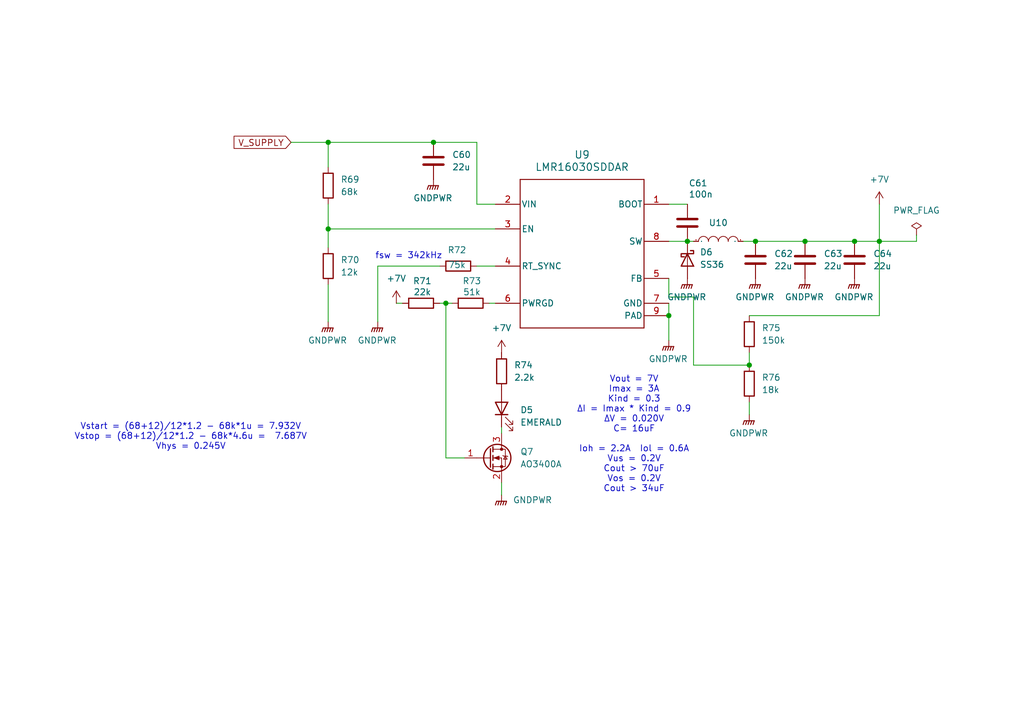
<source format=kicad_sch>
(kicad_sch (version 20250114) (generator "eeschema") (generator_version "9.0")
  (paper "A5")
  (title_block (title "AQUA_VESC") (rev "00"))
  (lib_symbols
    (symbol "Device:C" (pin_numbers (hide yes)) (pin_names (offset 0.254))
      (property "Reference" "C" (at 0.635 2.54 0))
      (property "Value" "C" (at 0.635 -2.54 0))
      (symbol "C_0_1"
        (polyline (pts (xy -2.032 0.762) (xy 2.032 0.762)) (stroke (width 0.508)))
        (polyline (pts (xy -2.032 -0.762) (xy 2.032 -0.762)) (stroke (width 0.508)))
      )
      (symbol "C_1_1"
        (pin passive line (at 0 3.81 270) (length 2.794) (name "~") (number "1"))
        (pin passive line (at 0 -3.81 90) (length 2.794) (name "~") (number "2"))
      )
    )
    (symbol "Device:LED" (pin_numbers (hide yes)) (pin_names (offset 1.016) (hide yes))
      (property "Reference" "D" (at 0 2.54 0))
      (property "Value" "LED" (at 0 -2.54 0))
      (symbol "LED_0_1"
        (polyline (pts (xy -3.048 -0.762) (xy -4.572 -2.286) (xy -3.81 -2.286) (xy -4.572 -2.286) (xy -4.572 -1.524)))
        (polyline (pts (xy -1.778 -0.762) (xy -3.302 -2.286) (xy -2.54 -2.286) (xy -3.302 -2.286) (xy -3.302 -1.524)))
        (polyline (pts (xy -1.27 0) (xy 1.27 0)))
        (polyline (pts (xy -1.27 -1.27) (xy -1.27 1.27)) (stroke (width 0.254)))
        (polyline (pts (xy 1.27 -1.27) (xy 1.27 1.27) (xy -1.27 0) (xy 1.27 -1.27)) (stroke (width 0.254)))
      )
      (symbol "LED_1_1"
        (pin passive line (at -3.81 0 0) (length 2.54) (name "K") (number "1"))
        (pin passive line (at 3.81 0 180) (length 2.54) (name "A") (number "2"))
      )
    )
    (symbol "Device:R" (pin_numbers (hide yes)) (pin_names (offset 0))
      (property "Reference" "R" (at 2.032 0 90))
      (property "Value" "R" (at 0 0 90))
      (symbol "R_0_1"
        (rectangle (start -1.016 -2.54) (end 1.016 2.54) (stroke (width 0.254)))
      )
      (symbol "R_1_1"
        (pin passive line (at 0 3.81 270) (length 1.27) (name "~") (number "1"))
        (pin passive line (at 0 -3.81 90) (length 1.27) (name "~") (number "2"))
      )
    )
    (symbol "Diode:SS36" (pin_numbers (hide yes)) (pin_names (offset 1.016) (hide yes))
      (property "Reference" "D" (at 0 2.54 0))
      (property "Value" "SS36" (at 0 -2.54 0))
      (symbol "SS36_0_1"
        (polyline (pts (xy -1.905 0.635) (xy -1.905 1.27) (xy -1.27 1.27) (xy -1.27 -1.27) (xy -0.635 -1.27) (xy -0.635 -0.635)) (stroke (width 0.254)))
        (polyline (pts (xy 1.27 1.27) (xy 1.27 -1.27) (xy -1.27 0) (xy 1.27 1.27)) (stroke (width 0.254)))
        (polyline (pts (xy 1.27 0) (xy -1.27 0)))
      )
      (symbol "SS36_1_1"
        (pin passive line (at -3.81 0 0) (length 2.54) (name "K") (number "1"))
        (pin passive line (at 3.81 0 180) (length 2.54) (name "A") (number "2"))
      )
    )
    (symbol "Transistor_FET:AO3400A" (pin_names (hide yes))
      (property "Reference" "Q" (at 5.08 1.905 0))
      (property "Value" "AO3400A" (at 5.08 0 0))
      (symbol "AO3400A_0_1"
        (polyline (pts (xy 0.254 1.905) (xy 0.254 -1.905)) (stroke (width 0.254)))
        (polyline (pts (xy 0.254 0) (xy -2.54 0)))
        (polyline (pts (xy 0.762 2.286) (xy 0.762 1.27)) (stroke (width 0.254)))
        (polyline (pts (xy 0.762 0.508) (xy 0.762 -0.508)) (stroke (width 0.254)))
        (polyline (pts (xy 0.762 -1.27) (xy 0.762 -2.286)) (stroke (width 0.254)))
        (polyline (pts (xy 0.762 -1.778) (xy 3.302 -1.778) (xy 3.302 1.778) (xy 0.762 1.778)))
        (polyline (pts (xy 1.016 0) (xy 2.032 0.381) (xy 2.032 -0.381) (xy 1.016 0)) (fill (type outline)))
        (circle (center 1.651 0) (radius 2.794) (stroke (width 0.254)))
        (polyline (pts (xy 2.54 2.54) (xy 2.54 1.778)))
        (circle (center 2.54 1.778) (radius 0.254) (fill (type outline)))
        (circle (center 2.54 -1.778) (radius 0.254) (fill (type outline)))
        (polyline (pts (xy 2.54 -2.54) (xy 2.54 0) (xy 0.762 0)))
        (polyline (pts (xy 2.794 0.508) (xy 2.921 0.381) (xy 3.683 0.381) (xy 3.81 0.254)))
        (polyline (pts (xy 3.302 0.381) (xy 2.921 -0.254) (xy 3.683 -0.254) (xy 3.302 0.381)))
      )
      (symbol "AO3400A_1_1"
        (pin input line (at -5.08 0 0) (length 2.54) (name "G") (number "1"))
        (pin passive line (at 2.54 5.08 270) (length 2.54) (name "D") (number "3"))
        (pin passive line (at 2.54 -5.08 90) (length 2.54) (name "S") (number "2"))
      )
    )
    (symbol "power:+7.5V" (power) (pin_numbers (hide yes)) (pin_names (offset 0) (hide yes))
      (property "Value" "+7.5V" (at 0 3.556 0))
      (symbol "+7.5V_0_1"
        (polyline (pts (xy -0.762 1.27) (xy 0 2.54)))
        (polyline (pts (xy 0 2.54) (xy 0.762 1.27)))
        (polyline (pts (xy 0 0) (xy 0 2.54)))
      )
      (symbol "+7.5V_1_1"
        (pin power_in line (at 0 0 90) (length 0) (name "~") (number "1"))
      )
    )
    (symbol "power:GNDPWR" (power) (pin_numbers (hide yes)) (pin_names (offset 0) (hide yes))
      (property "Value" "GNDPWR" (at 0 -3.302 0))
      (symbol "GNDPWR_0_1"
        (polyline (pts (xy -1.016 -1.27) (xy -1.27 -2.032) (xy -1.27 -2.032)) (stroke (width 0.2032)))
        (polyline (pts (xy -0.508 -1.27) (xy -0.762 -2.032) (xy -0.762 -2.032)) (stroke (width 0.2032)))
        (polyline (pts (xy 0 -1.27) (xy 0 0)))
        (polyline (pts (xy 0 -1.27) (xy -0.254 -2.032) (xy -0.254 -2.032)) (stroke (width 0.2032)))
        (polyline (pts (xy 0.508 -1.27) (xy 0.254 -2.032) (xy 0.254 -2.032)) (stroke (width 0.2032)))
        (polyline (pts (xy 1.016 -1.27) (xy -1.016 -1.27) (xy -1.016 -1.27)) (stroke (width 0.2032)))
        (polyline (pts (xy 1.016 -1.27) (xy 0.762 -2.032) (xy 0.762 -2.032) (xy 0.762 -2.032)) (stroke (width 0.2032)))
      )
      (symbol "GNDPWR_1_1"
        (pin power_in line (at 0 0 270) (length 0) (name "~") (number "1"))
      )
    )
    (symbol "power:PWR_FLAG" (power) (pin_numbers (hide yes)) (pin_names (offset 0) (hide yes))
      (property "Value" "PWR_FLAG" (at 0 3.81 0))
      (symbol "PWR_FLAG_0_0"
        (pin power_out line (at 0 0 90) (length 0) (name "~") (number "1"))
      )
      (symbol "PWR_FLAG_0_1"
        (polyline (pts (xy 0 0) (xy 0 1.27) (xy -1.016 1.905) (xy 0 2.54) (xy 1.016 1.905) (xy 0 1.27)))
      )
    )
    (symbol "specific_library:FXL0640-220-M"
      (property "Reference" "U" (at 0 0 0))
      (symbol "FXL0640-220-M_1_0"
        (arc (start -4.064 0) (mid -3.0226 1.016) (end -2.032 0))
        (arc (start -2.032 0) (mid -0.9906 1.016) (end 0 0))
        (arc (start 0 0) (mid 1.016 1.016) (end 2.032 0))
        (arc (start 2.032 0) (mid 3.048 1.016) (end 4.064 0))
        (pin passive line (at -5.08 0 0) (length 1.016) (name "1") (number "1"))
        (pin passive line (at 5.08 0 180) (length 1.016) (name "2") (number "2"))
      )
    )
    (symbol "specific_library:LMR16030SDDAR" (pin_names (offset 0.254))
      (property "Reference" "U" (at 0 2.54 0))
      (property "Value" "LMR16030SDDAR" (at 0 0 0))
      (symbol "LMR16030SDDAR_0_1"
        (polyline (pts (xy -12.7 15.24) (xy -12.7 -15.24)) (stroke (width 0.2032)))
        (polyline (pts (xy -12.7 -15.24) (xy 12.7 -15.24)) (stroke (width 0.2032)))
        (polyline (pts (xy 12.7 15.24) (xy -12.7 15.24)) (stroke (width 0.2032)))
        (polyline (pts (xy 12.7 -15.24) (xy 12.7 15.24)) (stroke (width 0.2032)))
        (pin power_in line (at -17.78 10.16 0) (length 5.08) (name "VIN") (number "2"))
        (pin input line (at -17.78 5.08 0) (length 5.08) (name "EN") (number "3"))
        (pin output line (at -17.78 -10.16 0) (length 5.08) (name "PWRGD") (number "6"))
        (pin input line (at 17.78 -5.08 180) (length 5.08) (name "FB") (number "5"))
        (pin power_in line (at 17.78 -10.16 180) (length 5.08) (name "GND") (number "7"))
        (pin power_in line (at 17.78 -12.7 180) (length 5.08) (name "PAD") (number "9"))
      )
      (symbol "LMR16030SDDAR_1_1"
        (pin input line (at -17.78 -2.54 0) (length 5.08) (name "RT_SYNC") (number "4"))
        (pin bidirectional line (at 17.78 10.16 180) (length 5.08) (name "BOOT") (number "1"))
        (pin output line (at 17.78 2.54 180) (length 5.08) (name "SW") (number "8"))
      )
    )
  )
  (text "Vout = 7V\nImax = 3A\nKind = 0.3\nΔI = Imax * Kind = 0.9\nΔV = 0.020V\nC= 16uF\n\nIoh = 2.2A  Iol = 0.6A\nVus = 0.2V\nCout > 70uF\nVos = 0.2V\nCout > 34uF\n\n" (at 130.048 90.17 0) (effects (font (size 1.27 1.27))))
  (text "Vstart = (68+12)/12*1.2 - 68k*1u = 7.932V\nVstop = (68+12)/12*1.2 - 68k*4.6u =  7.687V\nVhys = 0.245V" (at 39.116 89.662 0) (effects (font (size 1.27 1.27))))
  (text "fsw = 342kHz" (at 83.82 52.578 0) (effects (font (size 1.27 1.27))))
  (junction (at 180.34 49.53))
  (junction (at 175.26 49.53))
  (junction (at 88.9 29.21))
  (junction (at 67.31 29.21))
  (junction (at 140.97 49.53))
  (junction (at 154.94 49.53))
  (junction (at 165.1 49.53))
  (junction (at 153.67 74.93))
  (junction (at 137.16 64.77))
  (junction (at 91.44 62.23))
  (junction (at 67.31 46.99))
  (wire (pts (xy 137.16 49.53) (xy 140.97 49.53)))
  (wire (pts (xy 97.79 29.21) (xy 97.79 41.91)))
  (wire (pts (xy 154.94 49.53) (xy 165.1 49.53)))
  (wire (pts (xy 180.34 41.91) (xy 180.34 49.53)))
  (wire (pts (xy 165.1 49.53) (xy 175.26 49.53)))
  (wire (pts (xy 140.97 49.53) (xy 142.24 49.53)))
  (wire (pts (xy 137.16 60.96) (xy 137.16 57.15)))
  (wire (pts (xy 100.33 62.23) (xy 101.6 62.23)))
  (wire (pts (xy 152.4 49.53) (xy 154.94 49.53)))
  (wire (pts (xy 77.47 66.04) (xy 77.47 54.61)))
  (wire (pts (xy 77.47 54.61) (xy 90.17 54.61)))
  (wire (pts (xy 137.16 69.85) (xy 137.16 64.77)))
  (wire (pts (xy 137.16 60.96) (xy 142.24 60.96)))
  (wire (pts (xy 140.97 41.91) (xy 137.16 41.91)))
  (wire (pts (xy 101.6 46.99) (xy 67.31 46.99)))
  (wire (pts (xy 81.28 62.23) (xy 82.55 62.23)))
  (wire (pts (xy 67.31 29.21) (xy 88.9 29.21)))
  (wire (pts (xy 67.31 29.21) (xy 67.31 34.29)))
  (wire (pts (xy 102.87 101.6) (xy 102.87 99.06)))
  (wire (pts (xy 102.87 88.9) (xy 102.87 87.63)))
  (wire (pts (xy 95.25 93.98) (xy 91.44 93.98)))
  (wire (pts (xy 90.17 62.23) (xy 91.44 62.23)))
  (wire (pts (xy 142.24 74.93) (xy 153.67 74.93)))
  (wire (pts (xy 67.31 41.91) (xy 67.31 46.99)))
  (wire (pts (xy 187.96 49.53) (xy 180.34 49.53)))
  (wire (pts (xy 97.79 54.61) (xy 101.6 54.61)))
  (wire (pts (xy 67.31 66.04) (xy 67.31 58.42)))
  (wire (pts (xy 153.67 85.09) (xy 153.67 82.55)))
  (wire (pts (xy 97.79 41.91) (xy 101.6 41.91)))
  (wire (pts (xy 142.24 60.96) (xy 142.24 74.93)))
  (wire (pts (xy 187.96 48.26) (xy 187.96 49.53)))
  (wire (pts (xy 153.67 72.39) (xy 153.67 74.93)))
  (wire (pts (xy 137.16 62.23) (xy 137.16 64.77)))
  (wire (pts (xy 91.44 93.98) (xy 91.44 62.23)))
  (wire (pts (xy 175.26 49.53) (xy 180.34 49.53)))
  (wire (pts (xy 91.44 62.23) (xy 92.71 62.23)))
  (wire (pts (xy 67.31 46.99) (xy 67.31 50.8)))
  (wire (pts (xy 88.9 29.21) (xy 97.79 29.21)))
  (wire (pts (xy 59.69 29.21) (xy 67.31 29.21)))
  (wire (pts (xy 180.34 49.53) (xy 180.34 64.77)))
  (wire (pts (xy 180.34 64.77) (xy 153.67 64.77)))
  (global_label "V_SUPPLY" (shape input) (at 59.69 29.21 180) (property "Intersheetrefs" "${INTERSHEET_REFS}" (effects (hide yes))))
  (symbol (lib_id "power:GNDPWR") (at 175.26 57.15 0) (unit 1)
    (property "Reference" "#PWR094" (effects (hide yes)))
    (property "Value" "GNDPWR" (at 175.133 60.96 0))
    (property "Description" "Power symbol creates a global label with name \"GNDPWR\" , global ground" (effects (hide yes)))
  )
  (symbol (lib_id "Transistor_FET:AO3400A") (at 100.33 93.98 0) (unit 1)
    (property "Reference" "Q7" (at 106.68 92.7099 0) (effects (justify left)))
    (property "Value" "AO3400A" (at 106.68 95.2499 0) (effects (justify left)))
    (property "Footprint" "Package_TO_SOT_SMD:SOT-23" (effects (hide yes)))
    (property "Datasheet" "http://www.aosmd.com/pdfs/datasheet/AO3400A.pdf" (effects (hide yes)))
    (property "Description" "30V Vds, 5.7A Id, N-Channel MOSFET, SOT-23" (effects (hide yes)))
  )
  (symbol (lib_id "specific_library:FXL0640-220-M") (at 147.32 49.53 0) (unit 1)
    (property "Reference" "U10" (at 147.32 45.72 0))
    (property "Value" "22uH" (effects (hide yes)))
    (property "Footprint" "specific_footprint_library:IND-SMD_L7.0-W6.6" (effects (hide yes)))
    (property "Datasheet" "https://atta.szlcsc.com/upload/public/pdf/source/20240426/3189EA8206330E2108542F9E34E540E7.pdf" (effects (hide yes)))
    (property "Description" "Inductance: Tolerance:±20% Tolerance:±20% Rated Current: Saturation Current (Isat):4A DC Resistance (DCR): Type:Integrated molded inductor" (effects (hide yes)))
    (property "Manufacturer Part" "FXL0640-220-M" (effects (hide yes)))
    (property "Manufacturer" "cjiang(长江微电)" (effects (hide yes)))
    (property "Supplier Part" "C5359187" (effects (hide yes)))
    (property "Supplier" "LCSC" (effects (hide yes)))
    (property "LCSC Part Name" "22uH ±20% 4A" (effects (hide yes)))
  )
  (symbol (lib_id "power:+7.5V") (at 102.87 72.39 0) (unit 1)
    (property "Reference" "#PWR087" (effects (hide yes)))
    (property "Value" "+7V" (at 102.87 67.31 0))
    (property "Description" "Power symbol creates a global label with name \"+7.5V\"" (effects (hide yes)))
  )
  (symbol (lib_id "Device:R") (at 102.87 76.2 180) (unit 1)
    (property "Reference" "R74" (at 105.41 74.9299 0) (effects (justify right)))
    (property "Value" "2.2k" (at 105.41 77.4699 0) (effects (justify right)))
    (property "Footprint" "Resistor_SMD:R_0603_1608Metric" (effects (hide yes)))
    (property "Description" "Resistor" (effects (hide yes)))
  )
  (symbol (lib_id "Device:C") (at 154.94 53.34 0) (unit 1)
    (property "Reference" "C62" (at 158.75 52.0699 0) (effects (justify left)))
    (property "Value" "22u" (at 158.75 54.6099 0) (effects (justify left)))
    (property "Footprint" "Capacitor_SMD:C_1210_3225Metric" (effects (hide yes)))
    (property "Description" "Unpolarized capacitor" (effects (hide yes)))
  )
  (symbol (lib_id "Device:R") (at 86.36 62.23 90) (unit 1)
    (property "Reference" "R71" (at 86.614 57.658 90))
    (property "Value" "22k" (at 86.614 59.944 90))
    (property "Footprint" "Resistor_SMD:R_0603_1608Metric" (effects (hide yes)))
    (property "Description" "Resistor" (effects (hide yes)))
  )
  (symbol (lib_id "Device:C") (at 175.26 53.34 0) (unit 1)
    (property "Reference" "C64" (at 179.07 52.0699 0) (effects (justify left)))
    (property "Value" "22u" (at 179.07 54.6099 0) (effects (justify left)))
    (property "Footprint" "Capacitor_SMD:C_1210_3225Metric" (effects (hide yes)))
    (property "Description" "Unpolarized capacitor" (effects (hide yes)))
  )
  (symbol (lib_id "power:GNDPWR") (at 137.16 69.85 0) (unit 1)
    (property "Reference" "#PWR089" (effects (hide yes)))
    (property "Value" "GNDPWR" (at 137.033 73.66 0))
    (property "Description" "Power symbol creates a global label with name \"GNDPWR\" , global ground" (effects (hide yes)))
  )
  (symbol (lib_id "Device:LED") (at 102.87 83.82 90) (unit 1)
    (property "Reference" "D5" (at 106.68 84.1374 90) (effects (justify right)))
    (property "Value" "EMERALD" (at 106.68 86.6774 90) (effects (justify right)))
    (property "Footprint" "LED_SMD:LED_0805_2012Metric" (effects (hide yes)))
    (property "Description" "Light emitting diode" (effects (hide yes)))
    (property "Sim.Pins" "1=K 2=A" (effects (hide yes)))
  )
  (symbol (lib_id "Device:C") (at 88.9 33.02 0) (unit 1)
    (property "Reference" "C60" (at 92.71 31.7499 0) (effects (justify left)))
    (property "Value" "22u" (at 92.71 34.2899 0) (effects (justify left)))
    (property "Footprint" "Capacitor_SMD:C_1210_3225Metric" (effects (hide yes)))
    (property "Description" "Unpolarized capacitor" (effects (hide yes)))
  )
  (symbol (lib_id "Device:R") (at 67.31 54.61 180) (unit 1)
    (property "Reference" "R70" (at 69.85 53.3399 0) (effects (justify right)))
    (property "Value" "12k" (at 69.85 55.8799 0) (effects (justify right)))
    (property "Footprint" "Resistor_SMD:R_0603_1608Metric" (effects (hide yes)))
    (property "Description" "Resistor" (effects (hide yes)))
  )
  (symbol (lib_id "power:GNDPWR") (at 67.31 66.04 0) (unit 1)
    (property "Reference" "#PWR083" (effects (hide yes)))
    (property "Value" "GNDPWR" (at 67.183 69.85 0))
    (property "Description" "Power symbol creates a global label with name \"GNDPWR\" , global ground" (effects (hide yes)))
  )
  (symbol (lib_id "power:PWR_FLAG") (at 187.96 48.26 0) (unit 1)
    (property "Reference" "#FLG05" (effects (hide yes)))
    (property "Value" "PWR_FLAG" (at 187.96 43.18 0))
    (property "Description" "Special symbol for telling ERC where power comes from" (effects (hide yes)))
  )
  (symbol (lib_id "Device:R") (at 153.67 68.58 180) (unit 1)
    (property "Reference" "R75" (at 156.21 67.3099 0) (effects (justify right)))
    (property "Value" "150k" (at 156.21 69.8499 0) (effects (justify right)))
    (property "Footprint" "Resistor_SMD:R_0603_1608Metric" (effects (hide yes)))
    (property "Description" "Resistor" (effects (hide yes)))
  )
  (symbol (lib_id "specific_library:LMR16030SDDAR") (at 119.38 52.07 0) (unit 1)
    (property "Reference" "U9" (at 119.38 31.75 0) (effects (font (size 1.524 1.524))))
    (property "Value" "LMR16030SDDAR" (at 119.38 34.29 0) (effects (font (size 1.524 1.524))))
    (property "Footprint" "Package_SO:SOIC-8-1EP_3.9x4.9mm_P1.27mm_EP2.41x3.3mm_ThermalVias" (effects (hide yes)))
    (property "Datasheet" "https://www.ti.com/lit/gpn/lmr16030" (effects (hide yes)))
  )
  (symbol (lib_id "power:GNDPWR") (at 102.87 101.6 0) (unit 1)
    (property "Reference" "#PWR088" (effects (hide yes)))
    (property "Value" "GNDPWR" (at 109.22 102.616 0))
    (property "Description" "Power symbol creates a global label with name \"GNDPWR\" , global ground" (effects (hide yes)))
  )
  (symbol (lib_id "Device:R") (at 93.98 54.61 90) (unit 1)
    (property "Reference" "R72" (at 93.726 51.308 90))
    (property "Value" "75k" (at 93.726 54.356 90))
    (property "Footprint" "Resistor_SMD:R_0603_1608Metric" (effects (hide yes)))
    (property "Description" "Resistor" (effects (hide yes)))
  )
  (symbol (lib_id "Device:R") (at 67.31 38.1 180) (unit 1)
    (property "Reference" "R69" (at 69.85 36.8299 0) (effects (justify right)))
    (property "Value" "68k" (at 69.85 39.3699 0) (effects (justify right)))
    (property "Footprint" "Resistor_SMD:R_0603_1608Metric" (effects (hide yes)))
    (property "Description" "Resistor" (effects (hide yes)))
  )
  (symbol (lib_id "power:GNDPWR") (at 153.67 85.09 0) (unit 1)
    (property "Reference" "#PWR091" (effects (hide yes)))
    (property "Value" "GNDPWR" (at 153.543 88.9 0))
    (property "Description" "Power symbol creates a global label with name \"GNDPWR\" , global ground" (effects (hide yes)))
  )
  (symbol (lib_id "power:GNDPWR") (at 165.1 57.15 0) (unit 1)
    (property "Reference" "#PWR093" (effects (hide yes)))
    (property "Value" "GNDPWR" (at 164.973 60.96 0))
    (property "Description" "Power symbol creates a global label with name \"GNDPWR\" , global ground" (effects (hide yes)))
  )
  (symbol (lib_id "Device:C") (at 140.97 45.72 0) (unit 1)
    (property "Reference" "C61" (at 141.224 37.592 0) (effects (justify left)))
    (property "Value" "100n" (at 141.224 39.878 0) (effects (justify left)))
    (property "Footprint" "Capacitor_SMD:C_0603_1608Metric" (effects (hide yes)))
    (property "Description" "Unpolarized capacitor" (effects (hide yes)))
  )
  (symbol (lib_id "Diode:SS36") (at 140.97 53.34 270) (unit 1)
    (property "Reference" "D6" (at 143.51 51.7524 90) (effects (justify left)))
    (property "Value" "SS36" (at 143.51 54.2924 90) (effects (justify left)))
    (property "Footprint" "Diode_SMD:D_SMA" (effects (hide yes)))
    (property "Datasheet" "https://www.vishay.com/docs/88751/ss32.pdf" (effects (hide yes)))
    (property "Description" "60V 3A Schottky Diode, SMA" (effects (hide yes)))
  )
  (symbol (lib_id "power:+7.5V") (at 81.28 62.23 0) (unit 1)
    (property "Reference" "#PWR085" (effects (hide yes)))
    (property "Value" "+7V" (at 81.28 57.15 0))
    (property "Description" "Power symbol creates a global label with name \"+7.5V\"" (effects (hide yes)))
  )
  (symbol (lib_id "power:GNDPWR") (at 88.9 36.83 0) (unit 1)
    (property "Reference" "#PWR086" (effects (hide yes)))
    (property "Value" "GNDPWR" (at 88.773 40.64 0))
    (property "Description" "Power symbol creates a global label with name \"GNDPWR\" , global ground" (effects (hide yes)))
  )
  (symbol (lib_id "power:GNDPWR") (at 77.47 66.04 0) (unit 1)
    (property "Reference" "#PWR084" (effects (hide yes)))
    (property "Value" "GNDPWR" (at 77.343 69.85 0))
    (property "Description" "Power symbol creates a global label with name \"GNDPWR\" , global ground" (effects (hide yes)))
  )
  (symbol (lib_id "power:GNDPWR") (at 140.97 57.15 0) (unit 1)
    (property "Reference" "#PWR090" (effects (hide yes)))
    (property "Value" "GNDPWR" (at 140.843 60.96 0))
    (property "Description" "Power symbol creates a global label with name \"GNDPWR\" , global ground" (effects (hide yes)))
  )
  (symbol (lib_id "power:GNDPWR") (at 154.94 57.15 0) (unit 1)
    (property "Reference" "#PWR092" (effects (hide yes)))
    (property "Value" "GNDPWR" (at 154.813 60.96 0))
    (property "Description" "Power symbol creates a global label with name \"GNDPWR\" , global ground" (effects (hide yes)))
  )
  (symbol (lib_id "Device:R") (at 153.67 78.74 180) (unit 1)
    (property "Reference" "R76" (at 156.21 77.4699 0) (effects (justify right)))
    (property "Value" "18k" (at 156.21 80.0099 0) (effects (justify right)))
    (property "Footprint" "Resistor_SMD:R_0603_1608Metric" (effects (hide yes)))
    (property "Description" "Resistor" (effects (hide yes)))
  )
  (symbol (lib_id "power:+7.5V") (at 180.34 41.91 0) (unit 1)
    (property "Reference" "#PWR095" (effects (hide yes)))
    (property "Value" "+7V" (at 180.34 36.83 0))
    (property "Description" "Power symbol creates a global label with name \"+7.5V\"" (effects (hide yes)))
  )
  (symbol (lib_id "Device:R") (at 96.52 62.23 90) (unit 1)
    (property "Reference" "R73" (at 96.774 57.658 90))
    (property "Value" "51k" (at 96.774 59.944 90))
    (property "Footprint" "Resistor_SMD:R_0603_1608Metric" (effects (hide yes)))
    (property "Description" "Resistor" (effects (hide yes)))
  )
  (symbol (lib_id "Device:C") (at 165.1 53.34 0) (unit 1)
    (property "Reference" "C63" (at 168.91 52.0699 0) (effects (justify left)))
    (property "Value" "22u" (at 168.91 54.6099 0) (effects (justify left)))
    (property "Footprint" "Capacitor_SMD:C_1210_3225Metric" (effects (hide yes)))
    (property "Description" "Unpolarized capacitor" (effects (hide yes)))
  )
)
</source>
